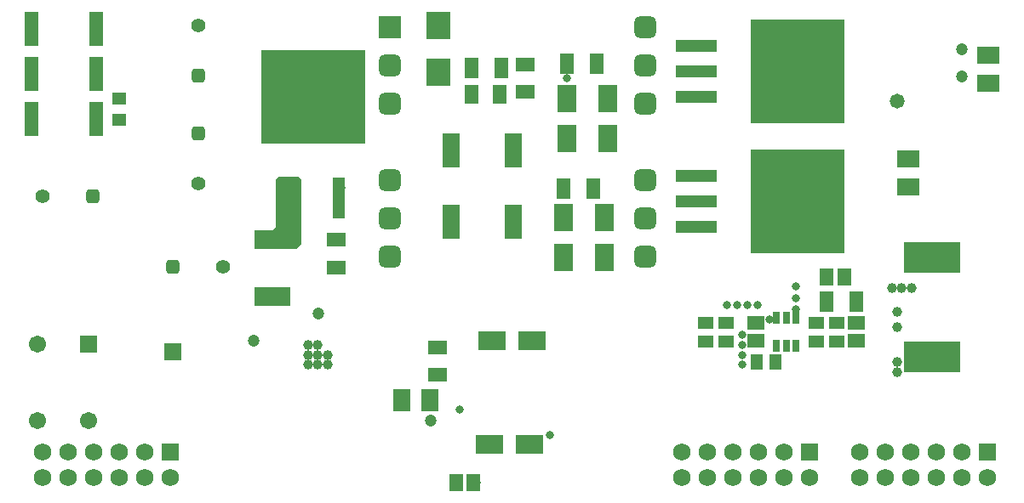
<source format=gbs>
G04*
G04 #@! TF.GenerationSoftware,Altium Limited,Altium Designer,21.0.8 (223)*
G04*
G04 Layer_Color=16711935*
%FSLAX25Y25*%
%MOIN*%
G70*
G04*
G04 #@! TF.SameCoordinates,608BFDEB-8ADB-4086-B875-8CE8CE559F17*
G04*
G04*
G04 #@! TF.FilePolarity,Negative*
G04*
G01*
G75*
%ADD38R,0.22060X0.12217*%
%ADD39R,0.40958X0.36627*%
%ADD45R,0.04934X0.06115*%
%ADD46R,0.06115X0.04934*%
%ADD47R,0.05721X0.06706*%
%ADD50R,0.07690X0.05721*%
%ADD51R,0.05721X0.07690*%
%ADD52C,0.05524*%
G04:AMPARAMS|DCode=53|XSize=55.24mil|YSize=55.24mil|CornerRadius=15.81mil|HoleSize=0mil|Usage=FLASHONLY|Rotation=90.000|XOffset=0mil|YOffset=0mil|HoleType=Round|Shape=RoundedRectangle|*
%AMROUNDEDRECTD53*
21,1,0.05524,0.02362,0,0,90.0*
21,1,0.02362,0.05524,0,0,90.0*
1,1,0.03162,0.01181,0.01181*
1,1,0.03162,0.01181,-0.01181*
1,1,0.03162,-0.01181,-0.01181*
1,1,0.03162,-0.01181,0.01181*
%
%ADD53ROUNDEDRECTD53*%
%ADD54C,0.06800*%
%ADD55R,0.06800X0.06800*%
%ADD56R,0.08674X0.08674*%
G04:AMPARAMS|DCode=57|XSize=86.74mil|YSize=86.74mil|CornerRadius=23.68mil|HoleSize=0mil|Usage=FLASHONLY|Rotation=90.000|XOffset=0mil|YOffset=0mil|HoleType=Round|Shape=RoundedRectangle|*
%AMROUNDEDRECTD57*
21,1,0.08674,0.03937,0,0,90.0*
21,1,0.03937,0.08674,0,0,90.0*
1,1,0.04737,0.01968,0.01968*
1,1,0.04737,0.01968,-0.01968*
1,1,0.04737,-0.01968,-0.01968*
1,1,0.04737,-0.01968,0.01968*
%
%ADD57ROUNDEDRECTD57*%
%ADD58R,0.06706X0.06706*%
%ADD59C,0.06706*%
%ADD60C,0.03950*%
%ADD61R,0.06706X0.06706*%
G04:AMPARAMS|DCode=62|XSize=55.24mil|YSize=55.24mil|CornerRadius=15.81mil|HoleSize=0mil|Usage=FLASHONLY|Rotation=0.000|XOffset=0mil|YOffset=0mil|HoleType=Round|Shape=RoundedRectangle|*
%AMROUNDEDRECTD62*
21,1,0.05524,0.02362,0,0,0.0*
21,1,0.02362,0.05524,0,0,0.0*
1,1,0.03162,0.01181,-0.01181*
1,1,0.03162,-0.01181,-0.01181*
1,1,0.03162,-0.01181,0.01181*
1,1,0.03162,0.01181,0.01181*
%
%ADD62ROUNDEDRECTD62*%
%ADD63C,0.03162*%
%ADD64C,0.04737*%
%ADD65C,0.05800*%
%ADD106R,0.05700X0.13300*%
%ADD107R,0.06800X0.08800*%
%ADD108R,0.08800X0.06800*%
%ADD109R,0.05524X0.05131*%
%ADD110R,0.04934X0.16351*%
%ADD111R,0.10642X0.07493*%
%ADD112R,0.36627X0.40958*%
%ADD113R,0.16351X0.04934*%
%ADD114R,0.07493X0.10642*%
%ADD115R,0.05721X0.08083*%
%ADD116R,0.06784X0.13398*%
%ADD117R,0.09461X0.10642*%
%ADD118R,0.06706X0.05721*%
%ADD119R,0.14383X0.07296*%
%ADD120R,0.03162X0.04737*%
G36*
X281945Y348575D02*
Y322984D01*
X280140Y321180D01*
X268166D01*
Y327906D01*
X268735Y328475D01*
X270703D01*
X272103Y329874D01*
Y348575D01*
X273087Y349559D01*
X280961D01*
X281945Y348575D01*
D02*
G37*
D38*
X528992Y278890D02*
D03*
Y317866D02*
D03*
D39*
X286756Y380606D02*
D03*
D45*
X460390Y276724D02*
D03*
X467673D02*
D03*
D46*
X483717Y292177D02*
D03*
Y284894D02*
D03*
X491591D02*
D03*
Y292177D02*
D03*
X448284D02*
D03*
Y284894D02*
D03*
X440410D02*
D03*
Y292177D02*
D03*
D47*
X349470Y229476D02*
D03*
X342580D02*
D03*
X487654Y310189D02*
D03*
X494544D02*
D03*
D50*
X369544Y393555D02*
D03*
Y382728D02*
D03*
X335256Y271693D02*
D03*
Y282520D02*
D03*
X295528Y313831D02*
D03*
Y324658D02*
D03*
D51*
X359603Y381843D02*
D03*
X348776D02*
D03*
D52*
X241591Y408614D02*
D03*
Y346606D02*
D03*
X251433Y314126D02*
D03*
X180567Y341685D02*
D03*
D53*
X241591Y388929D02*
D03*
Y366291D02*
D03*
D54*
X430961Y231291D02*
D03*
X440961D02*
D03*
X450961D02*
D03*
X460961D02*
D03*
X470961D02*
D03*
X480961D02*
D03*
X430961Y241291D02*
D03*
X440961D02*
D03*
X450961D02*
D03*
X460961D02*
D03*
X470961D02*
D03*
X271008Y393599D02*
D03*
Y385724D02*
D03*
Y377851D02*
D03*
Y369976D02*
D03*
X278882Y393599D02*
D03*
Y385724D02*
D03*
Y377851D02*
D03*
Y369976D02*
D03*
X286756Y393599D02*
D03*
Y385724D02*
D03*
Y377851D02*
D03*
Y369976D02*
D03*
X294630Y393599D02*
D03*
Y385724D02*
D03*
Y377851D02*
D03*
Y369976D02*
D03*
X302504Y393599D02*
D03*
Y385724D02*
D03*
Y377851D02*
D03*
Y369976D02*
D03*
X220567Y241291D02*
D03*
X210567D02*
D03*
X200567D02*
D03*
X190567D02*
D03*
X180567D02*
D03*
X230567Y231291D02*
D03*
X220567D02*
D03*
X210567D02*
D03*
X200567D02*
D03*
X190567D02*
D03*
X180567D02*
D03*
X540646Y241291D02*
D03*
X530646D02*
D03*
X520646D02*
D03*
X510646D02*
D03*
X500646D02*
D03*
X550646Y231291D02*
D03*
X540646D02*
D03*
X530646D02*
D03*
X520646D02*
D03*
X510646D02*
D03*
X500646D02*
D03*
D55*
X480961Y241291D02*
D03*
X230567D02*
D03*
X550646D02*
D03*
D56*
X316756Y407957D02*
D03*
D57*
Y392957D02*
D03*
Y377957D02*
D03*
Y347957D02*
D03*
Y332957D02*
D03*
Y317957D02*
D03*
X416756Y407957D02*
D03*
Y392957D02*
D03*
Y377957D02*
D03*
Y347957D02*
D03*
Y332957D02*
D03*
Y317957D02*
D03*
D58*
X198835Y283606D02*
D03*
D59*
X178756D02*
D03*
X198835Y253606D02*
D03*
X178756D02*
D03*
D60*
X284574Y283487D02*
D03*
X288511D02*
D03*
Y279550D02*
D03*
Y275613D02*
D03*
X284574D02*
D03*
X292448D02*
D03*
Y279550D02*
D03*
X284574D02*
D03*
X520990Y305866D02*
D03*
X515213Y272787D02*
D03*
Y290504D02*
D03*
X517181Y305866D02*
D03*
X513410D02*
D03*
X515213Y296409D02*
D03*
Y276724D02*
D03*
D61*
X231748Y280662D02*
D03*
D62*
Y314126D02*
D03*
X200252Y341685D02*
D03*
D63*
X460630Y299213D02*
D03*
X456693D02*
D03*
X452756D02*
D03*
X448819D02*
D03*
X465229Y293307D02*
D03*
X454724Y275590D02*
D03*
Y279528D02*
D03*
Y283465D02*
D03*
Y287402D02*
D03*
X386073Y388159D02*
D03*
X475579Y297512D02*
D03*
Y301849D02*
D03*
Y306264D02*
D03*
X343953Y258102D02*
D03*
X295528Y313831D02*
D03*
X297756Y345106D02*
D03*
X342875Y229476D02*
D03*
X379386Y248102D02*
D03*
D64*
X176426Y407480D02*
D03*
X332677Y261811D02*
D03*
X332677Y253642D02*
D03*
X551181Y397232D02*
D03*
X519685Y356409D02*
D03*
X350051Y229476D02*
D03*
X540803Y399264D02*
D03*
Y388831D02*
D03*
X263385Y285217D02*
D03*
X277071Y344976D02*
D03*
X288756Y295606D02*
D03*
D65*
X515213Y379087D02*
D03*
X475843D02*
D03*
D106*
X176426Y407480D02*
D03*
X201526D02*
D03*
X176426Y372047D02*
D03*
X201526D02*
D03*
Y389764D02*
D03*
X176426D02*
D03*
D107*
X321272Y261811D02*
D03*
X332272D02*
D03*
D108*
X551181Y397232D02*
D03*
Y386232D02*
D03*
X519685Y345409D02*
D03*
Y356409D02*
D03*
D109*
X210630Y371850D02*
D03*
Y380118D02*
D03*
D110*
X296756Y341039D02*
D03*
X276756D02*
D03*
D111*
X355542Y244342D02*
D03*
X371290D02*
D03*
X356756Y285106D02*
D03*
X372504D02*
D03*
D112*
X476323Y390606D02*
D03*
Y339717D02*
D03*
D113*
X436756Y400606D02*
D03*
Y380606D02*
D03*
Y390606D02*
D03*
Y339717D02*
D03*
Y329717D02*
D03*
Y349717D02*
D03*
D114*
X400756Y333480D02*
D03*
Y317732D02*
D03*
X401969Y380228D02*
D03*
Y364480D02*
D03*
X385969Y380102D02*
D03*
Y364354D02*
D03*
X384756Y333480D02*
D03*
Y317732D02*
D03*
D115*
X384603Y344835D02*
D03*
X396217D02*
D03*
X386177Y393654D02*
D03*
X397792D02*
D03*
X348776Y392079D02*
D03*
X360390D02*
D03*
X487752Y300346D02*
D03*
X499366D02*
D03*
D116*
X340532Y359606D02*
D03*
X364981D02*
D03*
X364981Y331606D02*
D03*
X340532D02*
D03*
D117*
X335756Y390354D02*
D03*
Y408858D02*
D03*
D118*
X499465Y285090D02*
D03*
Y291980D02*
D03*
X460095Y285090D02*
D03*
Y291980D02*
D03*
D119*
X270756Y324827D02*
D03*
Y302386D02*
D03*
D120*
X468165Y293949D02*
D03*
X471906D02*
D03*
X475646D02*
D03*
Y283122D02*
D03*
X471906D02*
D03*
X468165D02*
D03*
M02*

</source>
